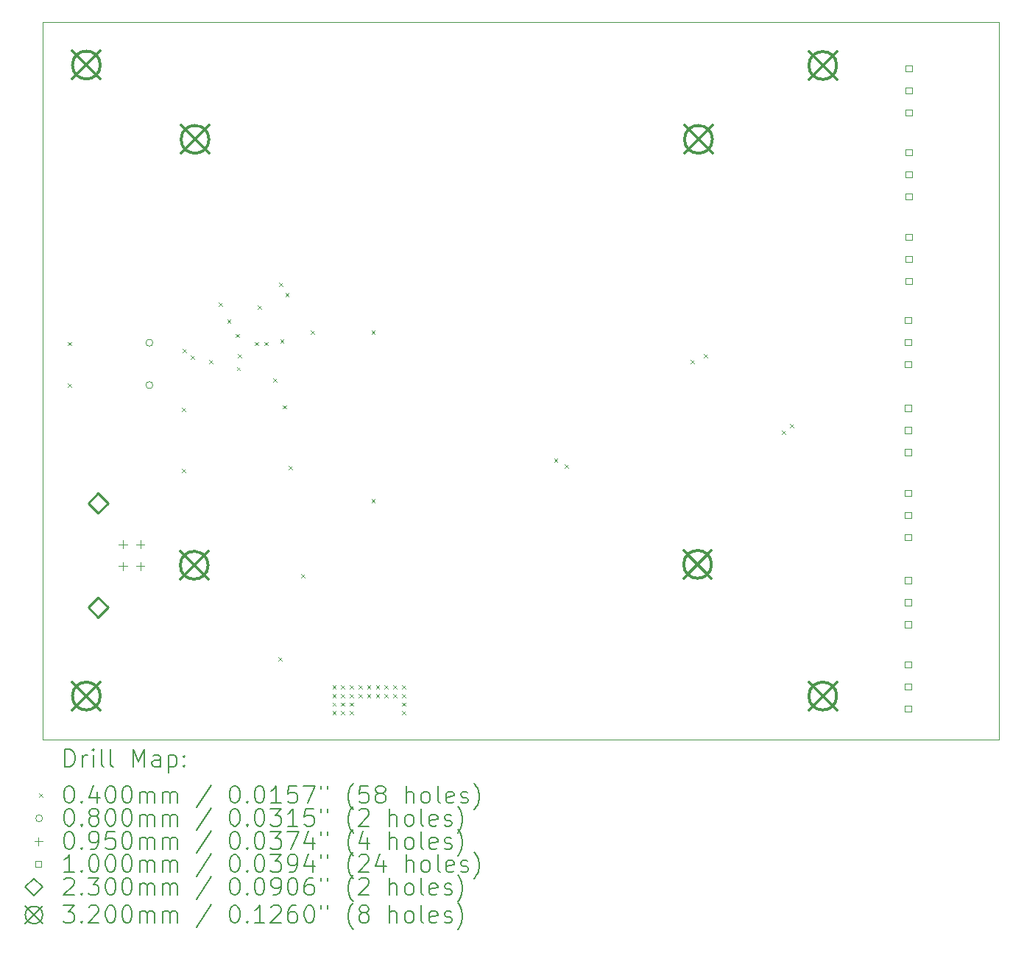
<source format=gbr>
%FSLAX45Y45*%
G04 Gerber Fmt 4.5, Leading zero omitted, Abs format (unit mm)*
G04 Created by KiCad (PCBNEW 6.0.5-a6ca702e91~116~ubuntu20.04.1) date 2022-05-19 12:12:12*
%MOMM*%
%LPD*%
G01*
G04 APERTURE LIST*
%TA.AperFunction,Profile*%
%ADD10C,0.050000*%
%TD*%
%ADD11C,0.200000*%
%ADD12C,0.040000*%
%ADD13C,0.080000*%
%ADD14C,0.095000*%
%ADD15C,0.100000*%
%ADD16C,0.230000*%
%ADD17C,0.320000*%
G04 APERTURE END LIST*
D10*
X15250000Y-11905000D02*
X4250000Y-11905000D01*
X15250000Y-3655000D02*
X15250000Y-11905000D01*
X4250000Y-11905000D02*
X4250000Y-3655000D01*
X4250000Y-3655000D02*
X15250000Y-3655000D01*
D11*
D12*
X4540000Y-7330000D02*
X4580000Y-7370000D01*
X4580000Y-7330000D02*
X4540000Y-7370000D01*
X4540000Y-7810000D02*
X4580000Y-7850000D01*
X4580000Y-7810000D02*
X4540000Y-7850000D01*
X5850000Y-8090000D02*
X5890000Y-8130000D01*
X5890000Y-8090000D02*
X5850000Y-8130000D01*
X5850000Y-8790000D02*
X5890000Y-8830000D01*
X5890000Y-8790000D02*
X5850000Y-8830000D01*
X5860000Y-7410000D02*
X5900000Y-7450000D01*
X5900000Y-7410000D02*
X5860000Y-7450000D01*
X5949443Y-7487500D02*
X5989443Y-7527500D01*
X5989443Y-7487500D02*
X5949443Y-7527500D01*
X6160000Y-7537500D02*
X6200000Y-7577500D01*
X6200000Y-7537500D02*
X6160000Y-7577500D01*
X6270000Y-6880000D02*
X6310000Y-6920000D01*
X6310000Y-6880000D02*
X6270000Y-6920000D01*
X6370000Y-7070000D02*
X6410000Y-7110000D01*
X6410000Y-7070000D02*
X6370000Y-7110000D01*
X6470000Y-7238750D02*
X6510000Y-7278750D01*
X6510000Y-7238750D02*
X6470000Y-7278750D01*
X6480000Y-7620000D02*
X6520000Y-7660000D01*
X6520000Y-7620000D02*
X6480000Y-7660000D01*
X6490000Y-7470000D02*
X6530000Y-7510000D01*
X6530000Y-7470000D02*
X6490000Y-7510000D01*
X6690000Y-7330000D02*
X6730000Y-7370000D01*
X6730000Y-7330000D02*
X6690000Y-7370000D01*
X6720000Y-6910000D02*
X6760000Y-6950000D01*
X6760000Y-6910000D02*
X6720000Y-6950000D01*
X6795000Y-7330000D02*
X6835000Y-7370000D01*
X6835000Y-7330000D02*
X6795000Y-7370000D01*
X6900000Y-7750000D02*
X6940000Y-7790000D01*
X6940000Y-7750000D02*
X6900000Y-7790000D01*
X6960000Y-10960000D02*
X7000000Y-11000000D01*
X7000000Y-10960000D02*
X6960000Y-11000000D01*
X6967499Y-6652501D02*
X7007499Y-6692501D01*
X7007499Y-6652501D02*
X6967499Y-6692501D01*
X6980000Y-7300000D02*
X7020000Y-7340000D01*
X7020000Y-7300000D02*
X6980000Y-7340000D01*
X7010000Y-8060000D02*
X7050000Y-8100000D01*
X7050000Y-8060000D02*
X7010000Y-8100000D01*
X7039999Y-6770000D02*
X7079999Y-6810000D01*
X7079999Y-6770000D02*
X7039999Y-6810000D01*
X7080000Y-8760000D02*
X7120000Y-8800000D01*
X7120000Y-8760000D02*
X7080000Y-8800000D01*
X7220000Y-10000000D02*
X7260000Y-10040000D01*
X7260000Y-10000000D02*
X7220000Y-10040000D01*
X7330000Y-7200000D02*
X7370000Y-7240000D01*
X7370000Y-7200000D02*
X7330000Y-7240000D01*
X7580000Y-11280000D02*
X7620000Y-11320000D01*
X7620000Y-11280000D02*
X7580000Y-11320000D01*
X7580000Y-11380000D02*
X7620000Y-11420000D01*
X7620000Y-11380000D02*
X7580000Y-11420000D01*
X7580000Y-11480000D02*
X7620000Y-11520000D01*
X7620000Y-11480000D02*
X7580000Y-11520000D01*
X7580000Y-11580000D02*
X7620000Y-11620000D01*
X7620000Y-11580000D02*
X7580000Y-11620000D01*
X7680000Y-11280000D02*
X7720000Y-11320000D01*
X7720000Y-11280000D02*
X7680000Y-11320000D01*
X7680000Y-11380000D02*
X7720000Y-11420000D01*
X7720000Y-11380000D02*
X7680000Y-11420000D01*
X7680000Y-11480000D02*
X7720000Y-11520000D01*
X7720000Y-11480000D02*
X7680000Y-11520000D01*
X7680000Y-11580000D02*
X7720000Y-11620000D01*
X7720000Y-11580000D02*
X7680000Y-11620000D01*
X7780000Y-11280000D02*
X7820000Y-11320000D01*
X7820000Y-11280000D02*
X7780000Y-11320000D01*
X7780000Y-11380000D02*
X7820000Y-11420000D01*
X7820000Y-11380000D02*
X7780000Y-11420000D01*
X7780000Y-11480000D02*
X7820000Y-11520000D01*
X7820000Y-11480000D02*
X7780000Y-11520000D01*
X7780000Y-11580000D02*
X7820000Y-11620000D01*
X7820000Y-11580000D02*
X7780000Y-11620000D01*
X7880000Y-11280000D02*
X7920000Y-11320000D01*
X7920000Y-11280000D02*
X7880000Y-11320000D01*
X7880000Y-11380000D02*
X7920000Y-11420000D01*
X7920000Y-11380000D02*
X7880000Y-11420000D01*
X7980000Y-11280000D02*
X8020000Y-11320000D01*
X8020000Y-11280000D02*
X7980000Y-11320000D01*
X7980000Y-11380000D02*
X8020000Y-11420000D01*
X8020000Y-11380000D02*
X7980000Y-11420000D01*
X8030000Y-7200000D02*
X8070000Y-7240000D01*
X8070000Y-7200000D02*
X8030000Y-7240000D01*
X8030000Y-9140000D02*
X8070000Y-9180000D01*
X8070000Y-9140000D02*
X8030000Y-9180000D01*
X8080000Y-11280000D02*
X8120000Y-11320000D01*
X8120000Y-11280000D02*
X8080000Y-11320000D01*
X8080000Y-11380000D02*
X8120000Y-11420000D01*
X8120000Y-11380000D02*
X8080000Y-11420000D01*
X8180000Y-11280000D02*
X8220000Y-11320000D01*
X8220000Y-11280000D02*
X8180000Y-11320000D01*
X8180000Y-11380000D02*
X8220000Y-11420000D01*
X8220000Y-11380000D02*
X8180000Y-11420000D01*
X8280000Y-11280000D02*
X8320000Y-11320000D01*
X8320000Y-11280000D02*
X8280000Y-11320000D01*
X8280000Y-11380000D02*
X8320000Y-11420000D01*
X8320000Y-11380000D02*
X8280000Y-11420000D01*
X8380000Y-11280000D02*
X8420000Y-11320000D01*
X8420000Y-11280000D02*
X8380000Y-11320000D01*
X8380000Y-11380000D02*
X8420000Y-11420000D01*
X8420000Y-11380000D02*
X8380000Y-11420000D01*
X8380000Y-11480000D02*
X8420000Y-11520000D01*
X8420000Y-11480000D02*
X8380000Y-11520000D01*
X8380000Y-11580000D02*
X8420000Y-11620000D01*
X8420000Y-11580000D02*
X8380000Y-11620000D01*
X10130000Y-8670000D02*
X10170000Y-8710000D01*
X10170000Y-8670000D02*
X10130000Y-8710000D01*
X10250000Y-8740000D02*
X10290000Y-8780000D01*
X10290000Y-8740000D02*
X10250000Y-8780000D01*
X11700000Y-7537500D02*
X11740000Y-7577500D01*
X11740000Y-7537500D02*
X11700000Y-7577500D01*
X11850000Y-7470000D02*
X11890000Y-7510000D01*
X11890000Y-7470000D02*
X11850000Y-7510000D01*
X12750000Y-8350000D02*
X12790000Y-8390000D01*
X12790000Y-8350000D02*
X12750000Y-8390000D01*
X12840000Y-8277500D02*
X12880000Y-8317500D01*
X12880000Y-8277500D02*
X12840000Y-8317500D01*
D13*
X5515000Y-7340000D02*
G75*
G03*
X5515000Y-7340000I-40000J0D01*
G01*
X5515000Y-7828000D02*
G75*
G03*
X5515000Y-7828000I-40000J0D01*
G01*
D14*
X5170750Y-9612500D02*
X5170750Y-9707500D01*
X5123250Y-9660000D02*
X5218250Y-9660000D01*
X5170750Y-9862500D02*
X5170750Y-9957500D01*
X5123250Y-9910000D02*
X5218250Y-9910000D01*
X5370750Y-9612500D02*
X5370750Y-9707500D01*
X5323250Y-9660000D02*
X5418250Y-9660000D01*
X5370750Y-9862500D02*
X5370750Y-9957500D01*
X5323250Y-9910000D02*
X5418250Y-9910000D01*
D15*
X14235356Y-7117356D02*
X14235356Y-7046644D01*
X14164644Y-7046644D01*
X14164644Y-7117356D01*
X14235356Y-7117356D01*
X14235356Y-7371356D02*
X14235356Y-7300644D01*
X14164644Y-7300644D01*
X14164644Y-7371356D01*
X14235356Y-7371356D01*
X14235356Y-7625356D02*
X14235356Y-7554644D01*
X14164644Y-7554644D01*
X14164644Y-7625356D01*
X14235356Y-7625356D01*
X14235356Y-8127356D02*
X14235356Y-8056644D01*
X14164644Y-8056644D01*
X14164644Y-8127356D01*
X14235356Y-8127356D01*
X14235356Y-8381356D02*
X14235356Y-8310644D01*
X14164644Y-8310644D01*
X14164644Y-8381356D01*
X14235356Y-8381356D01*
X14235356Y-8635356D02*
X14235356Y-8564644D01*
X14164644Y-8564644D01*
X14164644Y-8635356D01*
X14235356Y-8635356D01*
X14235356Y-9107356D02*
X14235356Y-9036644D01*
X14164644Y-9036644D01*
X14164644Y-9107356D01*
X14235356Y-9107356D01*
X14235356Y-9361356D02*
X14235356Y-9290644D01*
X14164644Y-9290644D01*
X14164644Y-9361356D01*
X14235356Y-9361356D01*
X14235356Y-9615356D02*
X14235356Y-9544644D01*
X14164644Y-9544644D01*
X14164644Y-9615356D01*
X14235356Y-9615356D01*
X14235356Y-10107356D02*
X14235356Y-10036644D01*
X14164644Y-10036644D01*
X14164644Y-10107356D01*
X14235356Y-10107356D01*
X14235356Y-10361356D02*
X14235356Y-10290644D01*
X14164644Y-10290644D01*
X14164644Y-10361356D01*
X14235356Y-10361356D01*
X14235356Y-10615356D02*
X14235356Y-10544644D01*
X14164644Y-10544644D01*
X14164644Y-10615356D01*
X14235356Y-10615356D01*
X14235356Y-11077356D02*
X14235356Y-11006644D01*
X14164644Y-11006644D01*
X14164644Y-11077356D01*
X14235356Y-11077356D01*
X14235356Y-11331356D02*
X14235356Y-11260644D01*
X14164644Y-11260644D01*
X14164644Y-11331356D01*
X14235356Y-11331356D01*
X14235356Y-11585356D02*
X14235356Y-11514644D01*
X14164644Y-11514644D01*
X14164644Y-11585356D01*
X14235356Y-11585356D01*
X14245356Y-4217356D02*
X14245356Y-4146644D01*
X14174644Y-4146644D01*
X14174644Y-4217356D01*
X14245356Y-4217356D01*
X14245356Y-4471356D02*
X14245356Y-4400644D01*
X14174644Y-4400644D01*
X14174644Y-4471356D01*
X14245356Y-4471356D01*
X14245356Y-4725356D02*
X14245356Y-4654644D01*
X14174644Y-4654644D01*
X14174644Y-4725356D01*
X14245356Y-4725356D01*
X14245356Y-5187356D02*
X14245356Y-5116644D01*
X14174644Y-5116644D01*
X14174644Y-5187356D01*
X14245356Y-5187356D01*
X14245356Y-5441356D02*
X14245356Y-5370644D01*
X14174644Y-5370644D01*
X14174644Y-5441356D01*
X14245356Y-5441356D01*
X14245356Y-5695356D02*
X14245356Y-5624644D01*
X14174644Y-5624644D01*
X14174644Y-5695356D01*
X14245356Y-5695356D01*
X14245356Y-6157356D02*
X14245356Y-6086644D01*
X14174644Y-6086644D01*
X14174644Y-6157356D01*
X14245356Y-6157356D01*
X14245356Y-6411356D02*
X14245356Y-6340644D01*
X14174644Y-6340644D01*
X14174644Y-6411356D01*
X14245356Y-6411356D01*
X14245356Y-6665356D02*
X14245356Y-6594644D01*
X14174644Y-6594644D01*
X14174644Y-6665356D01*
X14245356Y-6665356D01*
D16*
X4884750Y-9300000D02*
X4999750Y-9185000D01*
X4884750Y-9070000D01*
X4769750Y-9185000D01*
X4884750Y-9300000D01*
X4884750Y-10500000D02*
X4999750Y-10385000D01*
X4884750Y-10270000D01*
X4769750Y-10385000D01*
X4884750Y-10500000D01*
D17*
X4590000Y-3985000D02*
X4910000Y-4305000D01*
X4910000Y-3985000D02*
X4590000Y-4305000D01*
X4910000Y-4145000D02*
G75*
G03*
X4910000Y-4145000I-160000J0D01*
G01*
X4590000Y-11245000D02*
X4910000Y-11565000D01*
X4910000Y-11245000D02*
X4590000Y-11565000D01*
X4910000Y-11405000D02*
G75*
G03*
X4910000Y-11405000I-160000J0D01*
G01*
X5830000Y-9740000D02*
X6150000Y-10060000D01*
X6150000Y-9740000D02*
X5830000Y-10060000D01*
X6150000Y-9900000D02*
G75*
G03*
X6150000Y-9900000I-160000J0D01*
G01*
X5840000Y-4840000D02*
X6160000Y-5160000D01*
X6160000Y-4840000D02*
X5840000Y-5160000D01*
X6160000Y-5000000D02*
G75*
G03*
X6160000Y-5000000I-160000J0D01*
G01*
X11620000Y-9730000D02*
X11940000Y-10050000D01*
X11940000Y-9730000D02*
X11620000Y-10050000D01*
X11940000Y-9890000D02*
G75*
G03*
X11940000Y-9890000I-160000J0D01*
G01*
X11630000Y-4840000D02*
X11950000Y-5160000D01*
X11950000Y-4840000D02*
X11630000Y-5160000D01*
X11950000Y-5000000D02*
G75*
G03*
X11950000Y-5000000I-160000J0D01*
G01*
X13060000Y-3990000D02*
X13380000Y-4310000D01*
X13380000Y-3990000D02*
X13060000Y-4310000D01*
X13380000Y-4150000D02*
G75*
G03*
X13380000Y-4150000I-160000J0D01*
G01*
X13060000Y-11245000D02*
X13380000Y-11565000D01*
X13380000Y-11245000D02*
X13060000Y-11565000D01*
X13380000Y-11405000D02*
G75*
G03*
X13380000Y-11405000I-160000J0D01*
G01*
D11*
X4505119Y-12217976D02*
X4505119Y-12017976D01*
X4552738Y-12017976D01*
X4581310Y-12027500D01*
X4600357Y-12046548D01*
X4609881Y-12065595D01*
X4619405Y-12103690D01*
X4619405Y-12132262D01*
X4609881Y-12170357D01*
X4600357Y-12189405D01*
X4581310Y-12208452D01*
X4552738Y-12217976D01*
X4505119Y-12217976D01*
X4705119Y-12217976D02*
X4705119Y-12084643D01*
X4705119Y-12122738D02*
X4714643Y-12103690D01*
X4724167Y-12094167D01*
X4743214Y-12084643D01*
X4762262Y-12084643D01*
X4828929Y-12217976D02*
X4828929Y-12084643D01*
X4828929Y-12017976D02*
X4819405Y-12027500D01*
X4828929Y-12037024D01*
X4838452Y-12027500D01*
X4828929Y-12017976D01*
X4828929Y-12037024D01*
X4952738Y-12217976D02*
X4933690Y-12208452D01*
X4924167Y-12189405D01*
X4924167Y-12017976D01*
X5057500Y-12217976D02*
X5038452Y-12208452D01*
X5028929Y-12189405D01*
X5028929Y-12017976D01*
X5286071Y-12217976D02*
X5286071Y-12017976D01*
X5352738Y-12160833D01*
X5419405Y-12017976D01*
X5419405Y-12217976D01*
X5600357Y-12217976D02*
X5600357Y-12113214D01*
X5590833Y-12094167D01*
X5571786Y-12084643D01*
X5533690Y-12084643D01*
X5514643Y-12094167D01*
X5600357Y-12208452D02*
X5581310Y-12217976D01*
X5533690Y-12217976D01*
X5514643Y-12208452D01*
X5505119Y-12189405D01*
X5505119Y-12170357D01*
X5514643Y-12151309D01*
X5533690Y-12141786D01*
X5581310Y-12141786D01*
X5600357Y-12132262D01*
X5695595Y-12084643D02*
X5695595Y-12284643D01*
X5695595Y-12094167D02*
X5714643Y-12084643D01*
X5752738Y-12084643D01*
X5771786Y-12094167D01*
X5781309Y-12103690D01*
X5790833Y-12122738D01*
X5790833Y-12179881D01*
X5781309Y-12198928D01*
X5771786Y-12208452D01*
X5752738Y-12217976D01*
X5714643Y-12217976D01*
X5695595Y-12208452D01*
X5876548Y-12198928D02*
X5886071Y-12208452D01*
X5876548Y-12217976D01*
X5867024Y-12208452D01*
X5876548Y-12198928D01*
X5876548Y-12217976D01*
X5876548Y-12094167D02*
X5886071Y-12103690D01*
X5876548Y-12113214D01*
X5867024Y-12103690D01*
X5876548Y-12094167D01*
X5876548Y-12113214D01*
D12*
X4207500Y-12527500D02*
X4247500Y-12567500D01*
X4247500Y-12527500D02*
X4207500Y-12567500D01*
D11*
X4543214Y-12437976D02*
X4562262Y-12437976D01*
X4581310Y-12447500D01*
X4590833Y-12457024D01*
X4600357Y-12476071D01*
X4609881Y-12514167D01*
X4609881Y-12561786D01*
X4600357Y-12599881D01*
X4590833Y-12618928D01*
X4581310Y-12628452D01*
X4562262Y-12637976D01*
X4543214Y-12637976D01*
X4524167Y-12628452D01*
X4514643Y-12618928D01*
X4505119Y-12599881D01*
X4495595Y-12561786D01*
X4495595Y-12514167D01*
X4505119Y-12476071D01*
X4514643Y-12457024D01*
X4524167Y-12447500D01*
X4543214Y-12437976D01*
X4695595Y-12618928D02*
X4705119Y-12628452D01*
X4695595Y-12637976D01*
X4686071Y-12628452D01*
X4695595Y-12618928D01*
X4695595Y-12637976D01*
X4876548Y-12504643D02*
X4876548Y-12637976D01*
X4828929Y-12428452D02*
X4781310Y-12571309D01*
X4905119Y-12571309D01*
X5019405Y-12437976D02*
X5038452Y-12437976D01*
X5057500Y-12447500D01*
X5067024Y-12457024D01*
X5076548Y-12476071D01*
X5086071Y-12514167D01*
X5086071Y-12561786D01*
X5076548Y-12599881D01*
X5067024Y-12618928D01*
X5057500Y-12628452D01*
X5038452Y-12637976D01*
X5019405Y-12637976D01*
X5000357Y-12628452D01*
X4990833Y-12618928D01*
X4981310Y-12599881D01*
X4971786Y-12561786D01*
X4971786Y-12514167D01*
X4981310Y-12476071D01*
X4990833Y-12457024D01*
X5000357Y-12447500D01*
X5019405Y-12437976D01*
X5209881Y-12437976D02*
X5228929Y-12437976D01*
X5247976Y-12447500D01*
X5257500Y-12457024D01*
X5267024Y-12476071D01*
X5276548Y-12514167D01*
X5276548Y-12561786D01*
X5267024Y-12599881D01*
X5257500Y-12618928D01*
X5247976Y-12628452D01*
X5228929Y-12637976D01*
X5209881Y-12637976D01*
X5190833Y-12628452D01*
X5181310Y-12618928D01*
X5171786Y-12599881D01*
X5162262Y-12561786D01*
X5162262Y-12514167D01*
X5171786Y-12476071D01*
X5181310Y-12457024D01*
X5190833Y-12447500D01*
X5209881Y-12437976D01*
X5362262Y-12637976D02*
X5362262Y-12504643D01*
X5362262Y-12523690D02*
X5371786Y-12514167D01*
X5390833Y-12504643D01*
X5419405Y-12504643D01*
X5438452Y-12514167D01*
X5447976Y-12533214D01*
X5447976Y-12637976D01*
X5447976Y-12533214D02*
X5457500Y-12514167D01*
X5476548Y-12504643D01*
X5505119Y-12504643D01*
X5524167Y-12514167D01*
X5533690Y-12533214D01*
X5533690Y-12637976D01*
X5628928Y-12637976D02*
X5628928Y-12504643D01*
X5628928Y-12523690D02*
X5638452Y-12514167D01*
X5657500Y-12504643D01*
X5686071Y-12504643D01*
X5705119Y-12514167D01*
X5714643Y-12533214D01*
X5714643Y-12637976D01*
X5714643Y-12533214D02*
X5724167Y-12514167D01*
X5743214Y-12504643D01*
X5771786Y-12504643D01*
X5790833Y-12514167D01*
X5800357Y-12533214D01*
X5800357Y-12637976D01*
X6190833Y-12428452D02*
X6019405Y-12685595D01*
X6447976Y-12437976D02*
X6467024Y-12437976D01*
X6486071Y-12447500D01*
X6495595Y-12457024D01*
X6505119Y-12476071D01*
X6514643Y-12514167D01*
X6514643Y-12561786D01*
X6505119Y-12599881D01*
X6495595Y-12618928D01*
X6486071Y-12628452D01*
X6467024Y-12637976D01*
X6447976Y-12637976D01*
X6428928Y-12628452D01*
X6419405Y-12618928D01*
X6409881Y-12599881D01*
X6400357Y-12561786D01*
X6400357Y-12514167D01*
X6409881Y-12476071D01*
X6419405Y-12457024D01*
X6428928Y-12447500D01*
X6447976Y-12437976D01*
X6600357Y-12618928D02*
X6609881Y-12628452D01*
X6600357Y-12637976D01*
X6590833Y-12628452D01*
X6600357Y-12618928D01*
X6600357Y-12637976D01*
X6733690Y-12437976D02*
X6752738Y-12437976D01*
X6771786Y-12447500D01*
X6781309Y-12457024D01*
X6790833Y-12476071D01*
X6800357Y-12514167D01*
X6800357Y-12561786D01*
X6790833Y-12599881D01*
X6781309Y-12618928D01*
X6771786Y-12628452D01*
X6752738Y-12637976D01*
X6733690Y-12637976D01*
X6714643Y-12628452D01*
X6705119Y-12618928D01*
X6695595Y-12599881D01*
X6686071Y-12561786D01*
X6686071Y-12514167D01*
X6695595Y-12476071D01*
X6705119Y-12457024D01*
X6714643Y-12447500D01*
X6733690Y-12437976D01*
X6990833Y-12637976D02*
X6876548Y-12637976D01*
X6933690Y-12637976D02*
X6933690Y-12437976D01*
X6914643Y-12466548D01*
X6895595Y-12485595D01*
X6876548Y-12495119D01*
X7171786Y-12437976D02*
X7076548Y-12437976D01*
X7067024Y-12533214D01*
X7076548Y-12523690D01*
X7095595Y-12514167D01*
X7143214Y-12514167D01*
X7162262Y-12523690D01*
X7171786Y-12533214D01*
X7181309Y-12552262D01*
X7181309Y-12599881D01*
X7171786Y-12618928D01*
X7162262Y-12628452D01*
X7143214Y-12637976D01*
X7095595Y-12637976D01*
X7076548Y-12628452D01*
X7067024Y-12618928D01*
X7247976Y-12437976D02*
X7381309Y-12437976D01*
X7295595Y-12637976D01*
X7447976Y-12437976D02*
X7447976Y-12476071D01*
X7524167Y-12437976D02*
X7524167Y-12476071D01*
X7819405Y-12714167D02*
X7809881Y-12704643D01*
X7790833Y-12676071D01*
X7781309Y-12657024D01*
X7771786Y-12628452D01*
X7762262Y-12580833D01*
X7762262Y-12542738D01*
X7771786Y-12495119D01*
X7781309Y-12466548D01*
X7790833Y-12447500D01*
X7809881Y-12418928D01*
X7819405Y-12409405D01*
X7990833Y-12437976D02*
X7895595Y-12437976D01*
X7886071Y-12533214D01*
X7895595Y-12523690D01*
X7914643Y-12514167D01*
X7962262Y-12514167D01*
X7981309Y-12523690D01*
X7990833Y-12533214D01*
X8000357Y-12552262D01*
X8000357Y-12599881D01*
X7990833Y-12618928D01*
X7981309Y-12628452D01*
X7962262Y-12637976D01*
X7914643Y-12637976D01*
X7895595Y-12628452D01*
X7886071Y-12618928D01*
X8114643Y-12523690D02*
X8095595Y-12514167D01*
X8086071Y-12504643D01*
X8076548Y-12485595D01*
X8076548Y-12476071D01*
X8086071Y-12457024D01*
X8095595Y-12447500D01*
X8114643Y-12437976D01*
X8152738Y-12437976D01*
X8171786Y-12447500D01*
X8181309Y-12457024D01*
X8190833Y-12476071D01*
X8190833Y-12485595D01*
X8181309Y-12504643D01*
X8171786Y-12514167D01*
X8152738Y-12523690D01*
X8114643Y-12523690D01*
X8095595Y-12533214D01*
X8086071Y-12542738D01*
X8076548Y-12561786D01*
X8076548Y-12599881D01*
X8086071Y-12618928D01*
X8095595Y-12628452D01*
X8114643Y-12637976D01*
X8152738Y-12637976D01*
X8171786Y-12628452D01*
X8181309Y-12618928D01*
X8190833Y-12599881D01*
X8190833Y-12561786D01*
X8181309Y-12542738D01*
X8171786Y-12533214D01*
X8152738Y-12523690D01*
X8428929Y-12637976D02*
X8428929Y-12437976D01*
X8514643Y-12637976D02*
X8514643Y-12533214D01*
X8505119Y-12514167D01*
X8486071Y-12504643D01*
X8457500Y-12504643D01*
X8438452Y-12514167D01*
X8428929Y-12523690D01*
X8638452Y-12637976D02*
X8619405Y-12628452D01*
X8609881Y-12618928D01*
X8600357Y-12599881D01*
X8600357Y-12542738D01*
X8609881Y-12523690D01*
X8619405Y-12514167D01*
X8638452Y-12504643D01*
X8667024Y-12504643D01*
X8686071Y-12514167D01*
X8695595Y-12523690D01*
X8705119Y-12542738D01*
X8705119Y-12599881D01*
X8695595Y-12618928D01*
X8686071Y-12628452D01*
X8667024Y-12637976D01*
X8638452Y-12637976D01*
X8819405Y-12637976D02*
X8800357Y-12628452D01*
X8790833Y-12609405D01*
X8790833Y-12437976D01*
X8971786Y-12628452D02*
X8952738Y-12637976D01*
X8914643Y-12637976D01*
X8895595Y-12628452D01*
X8886071Y-12609405D01*
X8886071Y-12533214D01*
X8895595Y-12514167D01*
X8914643Y-12504643D01*
X8952738Y-12504643D01*
X8971786Y-12514167D01*
X8981310Y-12533214D01*
X8981310Y-12552262D01*
X8886071Y-12571309D01*
X9057500Y-12628452D02*
X9076548Y-12637976D01*
X9114643Y-12637976D01*
X9133690Y-12628452D01*
X9143214Y-12609405D01*
X9143214Y-12599881D01*
X9133690Y-12580833D01*
X9114643Y-12571309D01*
X9086071Y-12571309D01*
X9067024Y-12561786D01*
X9057500Y-12542738D01*
X9057500Y-12533214D01*
X9067024Y-12514167D01*
X9086071Y-12504643D01*
X9114643Y-12504643D01*
X9133690Y-12514167D01*
X9209881Y-12714167D02*
X9219405Y-12704643D01*
X9238452Y-12676071D01*
X9247976Y-12657024D01*
X9257500Y-12628452D01*
X9267024Y-12580833D01*
X9267024Y-12542738D01*
X9257500Y-12495119D01*
X9247976Y-12466548D01*
X9238452Y-12447500D01*
X9219405Y-12418928D01*
X9209881Y-12409405D01*
D13*
X4247500Y-12811500D02*
G75*
G03*
X4247500Y-12811500I-40000J0D01*
G01*
D11*
X4543214Y-12701976D02*
X4562262Y-12701976D01*
X4581310Y-12711500D01*
X4590833Y-12721024D01*
X4600357Y-12740071D01*
X4609881Y-12778167D01*
X4609881Y-12825786D01*
X4600357Y-12863881D01*
X4590833Y-12882928D01*
X4581310Y-12892452D01*
X4562262Y-12901976D01*
X4543214Y-12901976D01*
X4524167Y-12892452D01*
X4514643Y-12882928D01*
X4505119Y-12863881D01*
X4495595Y-12825786D01*
X4495595Y-12778167D01*
X4505119Y-12740071D01*
X4514643Y-12721024D01*
X4524167Y-12711500D01*
X4543214Y-12701976D01*
X4695595Y-12882928D02*
X4705119Y-12892452D01*
X4695595Y-12901976D01*
X4686071Y-12892452D01*
X4695595Y-12882928D01*
X4695595Y-12901976D01*
X4819405Y-12787690D02*
X4800357Y-12778167D01*
X4790833Y-12768643D01*
X4781310Y-12749595D01*
X4781310Y-12740071D01*
X4790833Y-12721024D01*
X4800357Y-12711500D01*
X4819405Y-12701976D01*
X4857500Y-12701976D01*
X4876548Y-12711500D01*
X4886071Y-12721024D01*
X4895595Y-12740071D01*
X4895595Y-12749595D01*
X4886071Y-12768643D01*
X4876548Y-12778167D01*
X4857500Y-12787690D01*
X4819405Y-12787690D01*
X4800357Y-12797214D01*
X4790833Y-12806738D01*
X4781310Y-12825786D01*
X4781310Y-12863881D01*
X4790833Y-12882928D01*
X4800357Y-12892452D01*
X4819405Y-12901976D01*
X4857500Y-12901976D01*
X4876548Y-12892452D01*
X4886071Y-12882928D01*
X4895595Y-12863881D01*
X4895595Y-12825786D01*
X4886071Y-12806738D01*
X4876548Y-12797214D01*
X4857500Y-12787690D01*
X5019405Y-12701976D02*
X5038452Y-12701976D01*
X5057500Y-12711500D01*
X5067024Y-12721024D01*
X5076548Y-12740071D01*
X5086071Y-12778167D01*
X5086071Y-12825786D01*
X5076548Y-12863881D01*
X5067024Y-12882928D01*
X5057500Y-12892452D01*
X5038452Y-12901976D01*
X5019405Y-12901976D01*
X5000357Y-12892452D01*
X4990833Y-12882928D01*
X4981310Y-12863881D01*
X4971786Y-12825786D01*
X4971786Y-12778167D01*
X4981310Y-12740071D01*
X4990833Y-12721024D01*
X5000357Y-12711500D01*
X5019405Y-12701976D01*
X5209881Y-12701976D02*
X5228929Y-12701976D01*
X5247976Y-12711500D01*
X5257500Y-12721024D01*
X5267024Y-12740071D01*
X5276548Y-12778167D01*
X5276548Y-12825786D01*
X5267024Y-12863881D01*
X5257500Y-12882928D01*
X5247976Y-12892452D01*
X5228929Y-12901976D01*
X5209881Y-12901976D01*
X5190833Y-12892452D01*
X5181310Y-12882928D01*
X5171786Y-12863881D01*
X5162262Y-12825786D01*
X5162262Y-12778167D01*
X5171786Y-12740071D01*
X5181310Y-12721024D01*
X5190833Y-12711500D01*
X5209881Y-12701976D01*
X5362262Y-12901976D02*
X5362262Y-12768643D01*
X5362262Y-12787690D02*
X5371786Y-12778167D01*
X5390833Y-12768643D01*
X5419405Y-12768643D01*
X5438452Y-12778167D01*
X5447976Y-12797214D01*
X5447976Y-12901976D01*
X5447976Y-12797214D02*
X5457500Y-12778167D01*
X5476548Y-12768643D01*
X5505119Y-12768643D01*
X5524167Y-12778167D01*
X5533690Y-12797214D01*
X5533690Y-12901976D01*
X5628928Y-12901976D02*
X5628928Y-12768643D01*
X5628928Y-12787690D02*
X5638452Y-12778167D01*
X5657500Y-12768643D01*
X5686071Y-12768643D01*
X5705119Y-12778167D01*
X5714643Y-12797214D01*
X5714643Y-12901976D01*
X5714643Y-12797214D02*
X5724167Y-12778167D01*
X5743214Y-12768643D01*
X5771786Y-12768643D01*
X5790833Y-12778167D01*
X5800357Y-12797214D01*
X5800357Y-12901976D01*
X6190833Y-12692452D02*
X6019405Y-12949595D01*
X6447976Y-12701976D02*
X6467024Y-12701976D01*
X6486071Y-12711500D01*
X6495595Y-12721024D01*
X6505119Y-12740071D01*
X6514643Y-12778167D01*
X6514643Y-12825786D01*
X6505119Y-12863881D01*
X6495595Y-12882928D01*
X6486071Y-12892452D01*
X6467024Y-12901976D01*
X6447976Y-12901976D01*
X6428928Y-12892452D01*
X6419405Y-12882928D01*
X6409881Y-12863881D01*
X6400357Y-12825786D01*
X6400357Y-12778167D01*
X6409881Y-12740071D01*
X6419405Y-12721024D01*
X6428928Y-12711500D01*
X6447976Y-12701976D01*
X6600357Y-12882928D02*
X6609881Y-12892452D01*
X6600357Y-12901976D01*
X6590833Y-12892452D01*
X6600357Y-12882928D01*
X6600357Y-12901976D01*
X6733690Y-12701976D02*
X6752738Y-12701976D01*
X6771786Y-12711500D01*
X6781309Y-12721024D01*
X6790833Y-12740071D01*
X6800357Y-12778167D01*
X6800357Y-12825786D01*
X6790833Y-12863881D01*
X6781309Y-12882928D01*
X6771786Y-12892452D01*
X6752738Y-12901976D01*
X6733690Y-12901976D01*
X6714643Y-12892452D01*
X6705119Y-12882928D01*
X6695595Y-12863881D01*
X6686071Y-12825786D01*
X6686071Y-12778167D01*
X6695595Y-12740071D01*
X6705119Y-12721024D01*
X6714643Y-12711500D01*
X6733690Y-12701976D01*
X6867024Y-12701976D02*
X6990833Y-12701976D01*
X6924167Y-12778167D01*
X6952738Y-12778167D01*
X6971786Y-12787690D01*
X6981309Y-12797214D01*
X6990833Y-12816262D01*
X6990833Y-12863881D01*
X6981309Y-12882928D01*
X6971786Y-12892452D01*
X6952738Y-12901976D01*
X6895595Y-12901976D01*
X6876548Y-12892452D01*
X6867024Y-12882928D01*
X7181309Y-12901976D02*
X7067024Y-12901976D01*
X7124167Y-12901976D02*
X7124167Y-12701976D01*
X7105119Y-12730548D01*
X7086071Y-12749595D01*
X7067024Y-12759119D01*
X7362262Y-12701976D02*
X7267024Y-12701976D01*
X7257500Y-12797214D01*
X7267024Y-12787690D01*
X7286071Y-12778167D01*
X7333690Y-12778167D01*
X7352738Y-12787690D01*
X7362262Y-12797214D01*
X7371786Y-12816262D01*
X7371786Y-12863881D01*
X7362262Y-12882928D01*
X7352738Y-12892452D01*
X7333690Y-12901976D01*
X7286071Y-12901976D01*
X7267024Y-12892452D01*
X7257500Y-12882928D01*
X7447976Y-12701976D02*
X7447976Y-12740071D01*
X7524167Y-12701976D02*
X7524167Y-12740071D01*
X7819405Y-12978167D02*
X7809881Y-12968643D01*
X7790833Y-12940071D01*
X7781309Y-12921024D01*
X7771786Y-12892452D01*
X7762262Y-12844833D01*
X7762262Y-12806738D01*
X7771786Y-12759119D01*
X7781309Y-12730548D01*
X7790833Y-12711500D01*
X7809881Y-12682928D01*
X7819405Y-12673405D01*
X7886071Y-12721024D02*
X7895595Y-12711500D01*
X7914643Y-12701976D01*
X7962262Y-12701976D01*
X7981309Y-12711500D01*
X7990833Y-12721024D01*
X8000357Y-12740071D01*
X8000357Y-12759119D01*
X7990833Y-12787690D01*
X7876548Y-12901976D01*
X8000357Y-12901976D01*
X8238452Y-12901976D02*
X8238452Y-12701976D01*
X8324167Y-12901976D02*
X8324167Y-12797214D01*
X8314643Y-12778167D01*
X8295595Y-12768643D01*
X8267024Y-12768643D01*
X8247976Y-12778167D01*
X8238452Y-12787690D01*
X8447976Y-12901976D02*
X8428929Y-12892452D01*
X8419405Y-12882928D01*
X8409881Y-12863881D01*
X8409881Y-12806738D01*
X8419405Y-12787690D01*
X8428929Y-12778167D01*
X8447976Y-12768643D01*
X8476548Y-12768643D01*
X8495595Y-12778167D01*
X8505119Y-12787690D01*
X8514643Y-12806738D01*
X8514643Y-12863881D01*
X8505119Y-12882928D01*
X8495595Y-12892452D01*
X8476548Y-12901976D01*
X8447976Y-12901976D01*
X8628929Y-12901976D02*
X8609881Y-12892452D01*
X8600357Y-12873405D01*
X8600357Y-12701976D01*
X8781310Y-12892452D02*
X8762262Y-12901976D01*
X8724167Y-12901976D01*
X8705119Y-12892452D01*
X8695595Y-12873405D01*
X8695595Y-12797214D01*
X8705119Y-12778167D01*
X8724167Y-12768643D01*
X8762262Y-12768643D01*
X8781310Y-12778167D01*
X8790833Y-12797214D01*
X8790833Y-12816262D01*
X8695595Y-12835309D01*
X8867024Y-12892452D02*
X8886071Y-12901976D01*
X8924167Y-12901976D01*
X8943214Y-12892452D01*
X8952738Y-12873405D01*
X8952738Y-12863881D01*
X8943214Y-12844833D01*
X8924167Y-12835309D01*
X8895595Y-12835309D01*
X8876548Y-12825786D01*
X8867024Y-12806738D01*
X8867024Y-12797214D01*
X8876548Y-12778167D01*
X8895595Y-12768643D01*
X8924167Y-12768643D01*
X8943214Y-12778167D01*
X9019405Y-12978167D02*
X9028929Y-12968643D01*
X9047976Y-12940071D01*
X9057500Y-12921024D01*
X9067024Y-12892452D01*
X9076548Y-12844833D01*
X9076548Y-12806738D01*
X9067024Y-12759119D01*
X9057500Y-12730548D01*
X9047976Y-12711500D01*
X9028929Y-12682928D01*
X9019405Y-12673405D01*
D14*
X4200000Y-13028000D02*
X4200000Y-13123000D01*
X4152500Y-13075500D02*
X4247500Y-13075500D01*
D11*
X4543214Y-12965976D02*
X4562262Y-12965976D01*
X4581310Y-12975500D01*
X4590833Y-12985024D01*
X4600357Y-13004071D01*
X4609881Y-13042167D01*
X4609881Y-13089786D01*
X4600357Y-13127881D01*
X4590833Y-13146928D01*
X4581310Y-13156452D01*
X4562262Y-13165976D01*
X4543214Y-13165976D01*
X4524167Y-13156452D01*
X4514643Y-13146928D01*
X4505119Y-13127881D01*
X4495595Y-13089786D01*
X4495595Y-13042167D01*
X4505119Y-13004071D01*
X4514643Y-12985024D01*
X4524167Y-12975500D01*
X4543214Y-12965976D01*
X4695595Y-13146928D02*
X4705119Y-13156452D01*
X4695595Y-13165976D01*
X4686071Y-13156452D01*
X4695595Y-13146928D01*
X4695595Y-13165976D01*
X4800357Y-13165976D02*
X4838452Y-13165976D01*
X4857500Y-13156452D01*
X4867024Y-13146928D01*
X4886071Y-13118357D01*
X4895595Y-13080262D01*
X4895595Y-13004071D01*
X4886071Y-12985024D01*
X4876548Y-12975500D01*
X4857500Y-12965976D01*
X4819405Y-12965976D01*
X4800357Y-12975500D01*
X4790833Y-12985024D01*
X4781310Y-13004071D01*
X4781310Y-13051690D01*
X4790833Y-13070738D01*
X4800357Y-13080262D01*
X4819405Y-13089786D01*
X4857500Y-13089786D01*
X4876548Y-13080262D01*
X4886071Y-13070738D01*
X4895595Y-13051690D01*
X5076548Y-12965976D02*
X4981310Y-12965976D01*
X4971786Y-13061214D01*
X4981310Y-13051690D01*
X5000357Y-13042167D01*
X5047976Y-13042167D01*
X5067024Y-13051690D01*
X5076548Y-13061214D01*
X5086071Y-13080262D01*
X5086071Y-13127881D01*
X5076548Y-13146928D01*
X5067024Y-13156452D01*
X5047976Y-13165976D01*
X5000357Y-13165976D01*
X4981310Y-13156452D01*
X4971786Y-13146928D01*
X5209881Y-12965976D02*
X5228929Y-12965976D01*
X5247976Y-12975500D01*
X5257500Y-12985024D01*
X5267024Y-13004071D01*
X5276548Y-13042167D01*
X5276548Y-13089786D01*
X5267024Y-13127881D01*
X5257500Y-13146928D01*
X5247976Y-13156452D01*
X5228929Y-13165976D01*
X5209881Y-13165976D01*
X5190833Y-13156452D01*
X5181310Y-13146928D01*
X5171786Y-13127881D01*
X5162262Y-13089786D01*
X5162262Y-13042167D01*
X5171786Y-13004071D01*
X5181310Y-12985024D01*
X5190833Y-12975500D01*
X5209881Y-12965976D01*
X5362262Y-13165976D02*
X5362262Y-13032643D01*
X5362262Y-13051690D02*
X5371786Y-13042167D01*
X5390833Y-13032643D01*
X5419405Y-13032643D01*
X5438452Y-13042167D01*
X5447976Y-13061214D01*
X5447976Y-13165976D01*
X5447976Y-13061214D02*
X5457500Y-13042167D01*
X5476548Y-13032643D01*
X5505119Y-13032643D01*
X5524167Y-13042167D01*
X5533690Y-13061214D01*
X5533690Y-13165976D01*
X5628928Y-13165976D02*
X5628928Y-13032643D01*
X5628928Y-13051690D02*
X5638452Y-13042167D01*
X5657500Y-13032643D01*
X5686071Y-13032643D01*
X5705119Y-13042167D01*
X5714643Y-13061214D01*
X5714643Y-13165976D01*
X5714643Y-13061214D02*
X5724167Y-13042167D01*
X5743214Y-13032643D01*
X5771786Y-13032643D01*
X5790833Y-13042167D01*
X5800357Y-13061214D01*
X5800357Y-13165976D01*
X6190833Y-12956452D02*
X6019405Y-13213595D01*
X6447976Y-12965976D02*
X6467024Y-12965976D01*
X6486071Y-12975500D01*
X6495595Y-12985024D01*
X6505119Y-13004071D01*
X6514643Y-13042167D01*
X6514643Y-13089786D01*
X6505119Y-13127881D01*
X6495595Y-13146928D01*
X6486071Y-13156452D01*
X6467024Y-13165976D01*
X6447976Y-13165976D01*
X6428928Y-13156452D01*
X6419405Y-13146928D01*
X6409881Y-13127881D01*
X6400357Y-13089786D01*
X6400357Y-13042167D01*
X6409881Y-13004071D01*
X6419405Y-12985024D01*
X6428928Y-12975500D01*
X6447976Y-12965976D01*
X6600357Y-13146928D02*
X6609881Y-13156452D01*
X6600357Y-13165976D01*
X6590833Y-13156452D01*
X6600357Y-13146928D01*
X6600357Y-13165976D01*
X6733690Y-12965976D02*
X6752738Y-12965976D01*
X6771786Y-12975500D01*
X6781309Y-12985024D01*
X6790833Y-13004071D01*
X6800357Y-13042167D01*
X6800357Y-13089786D01*
X6790833Y-13127881D01*
X6781309Y-13146928D01*
X6771786Y-13156452D01*
X6752738Y-13165976D01*
X6733690Y-13165976D01*
X6714643Y-13156452D01*
X6705119Y-13146928D01*
X6695595Y-13127881D01*
X6686071Y-13089786D01*
X6686071Y-13042167D01*
X6695595Y-13004071D01*
X6705119Y-12985024D01*
X6714643Y-12975500D01*
X6733690Y-12965976D01*
X6867024Y-12965976D02*
X6990833Y-12965976D01*
X6924167Y-13042167D01*
X6952738Y-13042167D01*
X6971786Y-13051690D01*
X6981309Y-13061214D01*
X6990833Y-13080262D01*
X6990833Y-13127881D01*
X6981309Y-13146928D01*
X6971786Y-13156452D01*
X6952738Y-13165976D01*
X6895595Y-13165976D01*
X6876548Y-13156452D01*
X6867024Y-13146928D01*
X7057500Y-12965976D02*
X7190833Y-12965976D01*
X7105119Y-13165976D01*
X7352738Y-13032643D02*
X7352738Y-13165976D01*
X7305119Y-12956452D02*
X7257500Y-13099309D01*
X7381309Y-13099309D01*
X7447976Y-12965976D02*
X7447976Y-13004071D01*
X7524167Y-12965976D02*
X7524167Y-13004071D01*
X7819405Y-13242167D02*
X7809881Y-13232643D01*
X7790833Y-13204071D01*
X7781309Y-13185024D01*
X7771786Y-13156452D01*
X7762262Y-13108833D01*
X7762262Y-13070738D01*
X7771786Y-13023119D01*
X7781309Y-12994548D01*
X7790833Y-12975500D01*
X7809881Y-12946928D01*
X7819405Y-12937405D01*
X7981309Y-13032643D02*
X7981309Y-13165976D01*
X7933690Y-12956452D02*
X7886071Y-13099309D01*
X8009881Y-13099309D01*
X8238452Y-13165976D02*
X8238452Y-12965976D01*
X8324167Y-13165976D02*
X8324167Y-13061214D01*
X8314643Y-13042167D01*
X8295595Y-13032643D01*
X8267024Y-13032643D01*
X8247976Y-13042167D01*
X8238452Y-13051690D01*
X8447976Y-13165976D02*
X8428929Y-13156452D01*
X8419405Y-13146928D01*
X8409881Y-13127881D01*
X8409881Y-13070738D01*
X8419405Y-13051690D01*
X8428929Y-13042167D01*
X8447976Y-13032643D01*
X8476548Y-13032643D01*
X8495595Y-13042167D01*
X8505119Y-13051690D01*
X8514643Y-13070738D01*
X8514643Y-13127881D01*
X8505119Y-13146928D01*
X8495595Y-13156452D01*
X8476548Y-13165976D01*
X8447976Y-13165976D01*
X8628929Y-13165976D02*
X8609881Y-13156452D01*
X8600357Y-13137405D01*
X8600357Y-12965976D01*
X8781310Y-13156452D02*
X8762262Y-13165976D01*
X8724167Y-13165976D01*
X8705119Y-13156452D01*
X8695595Y-13137405D01*
X8695595Y-13061214D01*
X8705119Y-13042167D01*
X8724167Y-13032643D01*
X8762262Y-13032643D01*
X8781310Y-13042167D01*
X8790833Y-13061214D01*
X8790833Y-13080262D01*
X8695595Y-13099309D01*
X8867024Y-13156452D02*
X8886071Y-13165976D01*
X8924167Y-13165976D01*
X8943214Y-13156452D01*
X8952738Y-13137405D01*
X8952738Y-13127881D01*
X8943214Y-13108833D01*
X8924167Y-13099309D01*
X8895595Y-13099309D01*
X8876548Y-13089786D01*
X8867024Y-13070738D01*
X8867024Y-13061214D01*
X8876548Y-13042167D01*
X8895595Y-13032643D01*
X8924167Y-13032643D01*
X8943214Y-13042167D01*
X9019405Y-13242167D02*
X9028929Y-13232643D01*
X9047976Y-13204071D01*
X9057500Y-13185024D01*
X9067024Y-13156452D01*
X9076548Y-13108833D01*
X9076548Y-13070738D01*
X9067024Y-13023119D01*
X9057500Y-12994548D01*
X9047976Y-12975500D01*
X9028929Y-12946928D01*
X9019405Y-12937405D01*
D15*
X4232856Y-13374856D02*
X4232856Y-13304144D01*
X4162144Y-13304144D01*
X4162144Y-13374856D01*
X4232856Y-13374856D01*
D11*
X4609881Y-13429976D02*
X4495595Y-13429976D01*
X4552738Y-13429976D02*
X4552738Y-13229976D01*
X4533690Y-13258548D01*
X4514643Y-13277595D01*
X4495595Y-13287119D01*
X4695595Y-13410928D02*
X4705119Y-13420452D01*
X4695595Y-13429976D01*
X4686071Y-13420452D01*
X4695595Y-13410928D01*
X4695595Y-13429976D01*
X4828929Y-13229976D02*
X4847976Y-13229976D01*
X4867024Y-13239500D01*
X4876548Y-13249024D01*
X4886071Y-13268071D01*
X4895595Y-13306167D01*
X4895595Y-13353786D01*
X4886071Y-13391881D01*
X4876548Y-13410928D01*
X4867024Y-13420452D01*
X4847976Y-13429976D01*
X4828929Y-13429976D01*
X4809881Y-13420452D01*
X4800357Y-13410928D01*
X4790833Y-13391881D01*
X4781310Y-13353786D01*
X4781310Y-13306167D01*
X4790833Y-13268071D01*
X4800357Y-13249024D01*
X4809881Y-13239500D01*
X4828929Y-13229976D01*
X5019405Y-13229976D02*
X5038452Y-13229976D01*
X5057500Y-13239500D01*
X5067024Y-13249024D01*
X5076548Y-13268071D01*
X5086071Y-13306167D01*
X5086071Y-13353786D01*
X5076548Y-13391881D01*
X5067024Y-13410928D01*
X5057500Y-13420452D01*
X5038452Y-13429976D01*
X5019405Y-13429976D01*
X5000357Y-13420452D01*
X4990833Y-13410928D01*
X4981310Y-13391881D01*
X4971786Y-13353786D01*
X4971786Y-13306167D01*
X4981310Y-13268071D01*
X4990833Y-13249024D01*
X5000357Y-13239500D01*
X5019405Y-13229976D01*
X5209881Y-13229976D02*
X5228929Y-13229976D01*
X5247976Y-13239500D01*
X5257500Y-13249024D01*
X5267024Y-13268071D01*
X5276548Y-13306167D01*
X5276548Y-13353786D01*
X5267024Y-13391881D01*
X5257500Y-13410928D01*
X5247976Y-13420452D01*
X5228929Y-13429976D01*
X5209881Y-13429976D01*
X5190833Y-13420452D01*
X5181310Y-13410928D01*
X5171786Y-13391881D01*
X5162262Y-13353786D01*
X5162262Y-13306167D01*
X5171786Y-13268071D01*
X5181310Y-13249024D01*
X5190833Y-13239500D01*
X5209881Y-13229976D01*
X5362262Y-13429976D02*
X5362262Y-13296643D01*
X5362262Y-13315690D02*
X5371786Y-13306167D01*
X5390833Y-13296643D01*
X5419405Y-13296643D01*
X5438452Y-13306167D01*
X5447976Y-13325214D01*
X5447976Y-13429976D01*
X5447976Y-13325214D02*
X5457500Y-13306167D01*
X5476548Y-13296643D01*
X5505119Y-13296643D01*
X5524167Y-13306167D01*
X5533690Y-13325214D01*
X5533690Y-13429976D01*
X5628928Y-13429976D02*
X5628928Y-13296643D01*
X5628928Y-13315690D02*
X5638452Y-13306167D01*
X5657500Y-13296643D01*
X5686071Y-13296643D01*
X5705119Y-13306167D01*
X5714643Y-13325214D01*
X5714643Y-13429976D01*
X5714643Y-13325214D02*
X5724167Y-13306167D01*
X5743214Y-13296643D01*
X5771786Y-13296643D01*
X5790833Y-13306167D01*
X5800357Y-13325214D01*
X5800357Y-13429976D01*
X6190833Y-13220452D02*
X6019405Y-13477595D01*
X6447976Y-13229976D02*
X6467024Y-13229976D01*
X6486071Y-13239500D01*
X6495595Y-13249024D01*
X6505119Y-13268071D01*
X6514643Y-13306167D01*
X6514643Y-13353786D01*
X6505119Y-13391881D01*
X6495595Y-13410928D01*
X6486071Y-13420452D01*
X6467024Y-13429976D01*
X6447976Y-13429976D01*
X6428928Y-13420452D01*
X6419405Y-13410928D01*
X6409881Y-13391881D01*
X6400357Y-13353786D01*
X6400357Y-13306167D01*
X6409881Y-13268071D01*
X6419405Y-13249024D01*
X6428928Y-13239500D01*
X6447976Y-13229976D01*
X6600357Y-13410928D02*
X6609881Y-13420452D01*
X6600357Y-13429976D01*
X6590833Y-13420452D01*
X6600357Y-13410928D01*
X6600357Y-13429976D01*
X6733690Y-13229976D02*
X6752738Y-13229976D01*
X6771786Y-13239500D01*
X6781309Y-13249024D01*
X6790833Y-13268071D01*
X6800357Y-13306167D01*
X6800357Y-13353786D01*
X6790833Y-13391881D01*
X6781309Y-13410928D01*
X6771786Y-13420452D01*
X6752738Y-13429976D01*
X6733690Y-13429976D01*
X6714643Y-13420452D01*
X6705119Y-13410928D01*
X6695595Y-13391881D01*
X6686071Y-13353786D01*
X6686071Y-13306167D01*
X6695595Y-13268071D01*
X6705119Y-13249024D01*
X6714643Y-13239500D01*
X6733690Y-13229976D01*
X6867024Y-13229976D02*
X6990833Y-13229976D01*
X6924167Y-13306167D01*
X6952738Y-13306167D01*
X6971786Y-13315690D01*
X6981309Y-13325214D01*
X6990833Y-13344262D01*
X6990833Y-13391881D01*
X6981309Y-13410928D01*
X6971786Y-13420452D01*
X6952738Y-13429976D01*
X6895595Y-13429976D01*
X6876548Y-13420452D01*
X6867024Y-13410928D01*
X7086071Y-13429976D02*
X7124167Y-13429976D01*
X7143214Y-13420452D01*
X7152738Y-13410928D01*
X7171786Y-13382357D01*
X7181309Y-13344262D01*
X7181309Y-13268071D01*
X7171786Y-13249024D01*
X7162262Y-13239500D01*
X7143214Y-13229976D01*
X7105119Y-13229976D01*
X7086071Y-13239500D01*
X7076548Y-13249024D01*
X7067024Y-13268071D01*
X7067024Y-13315690D01*
X7076548Y-13334738D01*
X7086071Y-13344262D01*
X7105119Y-13353786D01*
X7143214Y-13353786D01*
X7162262Y-13344262D01*
X7171786Y-13334738D01*
X7181309Y-13315690D01*
X7352738Y-13296643D02*
X7352738Y-13429976D01*
X7305119Y-13220452D02*
X7257500Y-13363309D01*
X7381309Y-13363309D01*
X7447976Y-13229976D02*
X7447976Y-13268071D01*
X7524167Y-13229976D02*
X7524167Y-13268071D01*
X7819405Y-13506167D02*
X7809881Y-13496643D01*
X7790833Y-13468071D01*
X7781309Y-13449024D01*
X7771786Y-13420452D01*
X7762262Y-13372833D01*
X7762262Y-13334738D01*
X7771786Y-13287119D01*
X7781309Y-13258548D01*
X7790833Y-13239500D01*
X7809881Y-13210928D01*
X7819405Y-13201405D01*
X7886071Y-13249024D02*
X7895595Y-13239500D01*
X7914643Y-13229976D01*
X7962262Y-13229976D01*
X7981309Y-13239500D01*
X7990833Y-13249024D01*
X8000357Y-13268071D01*
X8000357Y-13287119D01*
X7990833Y-13315690D01*
X7876548Y-13429976D01*
X8000357Y-13429976D01*
X8171786Y-13296643D02*
X8171786Y-13429976D01*
X8124167Y-13220452D02*
X8076548Y-13363309D01*
X8200357Y-13363309D01*
X8428929Y-13429976D02*
X8428929Y-13229976D01*
X8514643Y-13429976D02*
X8514643Y-13325214D01*
X8505119Y-13306167D01*
X8486071Y-13296643D01*
X8457500Y-13296643D01*
X8438452Y-13306167D01*
X8428929Y-13315690D01*
X8638452Y-13429976D02*
X8619405Y-13420452D01*
X8609881Y-13410928D01*
X8600357Y-13391881D01*
X8600357Y-13334738D01*
X8609881Y-13315690D01*
X8619405Y-13306167D01*
X8638452Y-13296643D01*
X8667024Y-13296643D01*
X8686071Y-13306167D01*
X8695595Y-13315690D01*
X8705119Y-13334738D01*
X8705119Y-13391881D01*
X8695595Y-13410928D01*
X8686071Y-13420452D01*
X8667024Y-13429976D01*
X8638452Y-13429976D01*
X8819405Y-13429976D02*
X8800357Y-13420452D01*
X8790833Y-13401405D01*
X8790833Y-13229976D01*
X8971786Y-13420452D02*
X8952738Y-13429976D01*
X8914643Y-13429976D01*
X8895595Y-13420452D01*
X8886071Y-13401405D01*
X8886071Y-13325214D01*
X8895595Y-13306167D01*
X8914643Y-13296643D01*
X8952738Y-13296643D01*
X8971786Y-13306167D01*
X8981310Y-13325214D01*
X8981310Y-13344262D01*
X8886071Y-13363309D01*
X9057500Y-13420452D02*
X9076548Y-13429976D01*
X9114643Y-13429976D01*
X9133690Y-13420452D01*
X9143214Y-13401405D01*
X9143214Y-13391881D01*
X9133690Y-13372833D01*
X9114643Y-13363309D01*
X9086071Y-13363309D01*
X9067024Y-13353786D01*
X9057500Y-13334738D01*
X9057500Y-13325214D01*
X9067024Y-13306167D01*
X9086071Y-13296643D01*
X9114643Y-13296643D01*
X9133690Y-13306167D01*
X9209881Y-13506167D02*
X9219405Y-13496643D01*
X9238452Y-13468071D01*
X9247976Y-13449024D01*
X9257500Y-13420452D01*
X9267024Y-13372833D01*
X9267024Y-13334738D01*
X9257500Y-13287119D01*
X9247976Y-13258548D01*
X9238452Y-13239500D01*
X9219405Y-13210928D01*
X9209881Y-13201405D01*
X4147500Y-13703500D02*
X4247500Y-13603500D01*
X4147500Y-13503500D01*
X4047500Y-13603500D01*
X4147500Y-13703500D01*
X4495595Y-13513024D02*
X4505119Y-13503500D01*
X4524167Y-13493976D01*
X4571786Y-13493976D01*
X4590833Y-13503500D01*
X4600357Y-13513024D01*
X4609881Y-13532071D01*
X4609881Y-13551119D01*
X4600357Y-13579690D01*
X4486071Y-13693976D01*
X4609881Y-13693976D01*
X4695595Y-13674928D02*
X4705119Y-13684452D01*
X4695595Y-13693976D01*
X4686071Y-13684452D01*
X4695595Y-13674928D01*
X4695595Y-13693976D01*
X4771786Y-13493976D02*
X4895595Y-13493976D01*
X4828929Y-13570167D01*
X4857500Y-13570167D01*
X4876548Y-13579690D01*
X4886071Y-13589214D01*
X4895595Y-13608262D01*
X4895595Y-13655881D01*
X4886071Y-13674928D01*
X4876548Y-13684452D01*
X4857500Y-13693976D01*
X4800357Y-13693976D01*
X4781310Y-13684452D01*
X4771786Y-13674928D01*
X5019405Y-13493976D02*
X5038452Y-13493976D01*
X5057500Y-13503500D01*
X5067024Y-13513024D01*
X5076548Y-13532071D01*
X5086071Y-13570167D01*
X5086071Y-13617786D01*
X5076548Y-13655881D01*
X5067024Y-13674928D01*
X5057500Y-13684452D01*
X5038452Y-13693976D01*
X5019405Y-13693976D01*
X5000357Y-13684452D01*
X4990833Y-13674928D01*
X4981310Y-13655881D01*
X4971786Y-13617786D01*
X4971786Y-13570167D01*
X4981310Y-13532071D01*
X4990833Y-13513024D01*
X5000357Y-13503500D01*
X5019405Y-13493976D01*
X5209881Y-13493976D02*
X5228929Y-13493976D01*
X5247976Y-13503500D01*
X5257500Y-13513024D01*
X5267024Y-13532071D01*
X5276548Y-13570167D01*
X5276548Y-13617786D01*
X5267024Y-13655881D01*
X5257500Y-13674928D01*
X5247976Y-13684452D01*
X5228929Y-13693976D01*
X5209881Y-13693976D01*
X5190833Y-13684452D01*
X5181310Y-13674928D01*
X5171786Y-13655881D01*
X5162262Y-13617786D01*
X5162262Y-13570167D01*
X5171786Y-13532071D01*
X5181310Y-13513024D01*
X5190833Y-13503500D01*
X5209881Y-13493976D01*
X5362262Y-13693976D02*
X5362262Y-13560643D01*
X5362262Y-13579690D02*
X5371786Y-13570167D01*
X5390833Y-13560643D01*
X5419405Y-13560643D01*
X5438452Y-13570167D01*
X5447976Y-13589214D01*
X5447976Y-13693976D01*
X5447976Y-13589214D02*
X5457500Y-13570167D01*
X5476548Y-13560643D01*
X5505119Y-13560643D01*
X5524167Y-13570167D01*
X5533690Y-13589214D01*
X5533690Y-13693976D01*
X5628928Y-13693976D02*
X5628928Y-13560643D01*
X5628928Y-13579690D02*
X5638452Y-13570167D01*
X5657500Y-13560643D01*
X5686071Y-13560643D01*
X5705119Y-13570167D01*
X5714643Y-13589214D01*
X5714643Y-13693976D01*
X5714643Y-13589214D02*
X5724167Y-13570167D01*
X5743214Y-13560643D01*
X5771786Y-13560643D01*
X5790833Y-13570167D01*
X5800357Y-13589214D01*
X5800357Y-13693976D01*
X6190833Y-13484452D02*
X6019405Y-13741595D01*
X6447976Y-13493976D02*
X6467024Y-13493976D01*
X6486071Y-13503500D01*
X6495595Y-13513024D01*
X6505119Y-13532071D01*
X6514643Y-13570167D01*
X6514643Y-13617786D01*
X6505119Y-13655881D01*
X6495595Y-13674928D01*
X6486071Y-13684452D01*
X6467024Y-13693976D01*
X6447976Y-13693976D01*
X6428928Y-13684452D01*
X6419405Y-13674928D01*
X6409881Y-13655881D01*
X6400357Y-13617786D01*
X6400357Y-13570167D01*
X6409881Y-13532071D01*
X6419405Y-13513024D01*
X6428928Y-13503500D01*
X6447976Y-13493976D01*
X6600357Y-13674928D02*
X6609881Y-13684452D01*
X6600357Y-13693976D01*
X6590833Y-13684452D01*
X6600357Y-13674928D01*
X6600357Y-13693976D01*
X6733690Y-13493976D02*
X6752738Y-13493976D01*
X6771786Y-13503500D01*
X6781309Y-13513024D01*
X6790833Y-13532071D01*
X6800357Y-13570167D01*
X6800357Y-13617786D01*
X6790833Y-13655881D01*
X6781309Y-13674928D01*
X6771786Y-13684452D01*
X6752738Y-13693976D01*
X6733690Y-13693976D01*
X6714643Y-13684452D01*
X6705119Y-13674928D01*
X6695595Y-13655881D01*
X6686071Y-13617786D01*
X6686071Y-13570167D01*
X6695595Y-13532071D01*
X6705119Y-13513024D01*
X6714643Y-13503500D01*
X6733690Y-13493976D01*
X6895595Y-13693976D02*
X6933690Y-13693976D01*
X6952738Y-13684452D01*
X6962262Y-13674928D01*
X6981309Y-13646357D01*
X6990833Y-13608262D01*
X6990833Y-13532071D01*
X6981309Y-13513024D01*
X6971786Y-13503500D01*
X6952738Y-13493976D01*
X6914643Y-13493976D01*
X6895595Y-13503500D01*
X6886071Y-13513024D01*
X6876548Y-13532071D01*
X6876548Y-13579690D01*
X6886071Y-13598738D01*
X6895595Y-13608262D01*
X6914643Y-13617786D01*
X6952738Y-13617786D01*
X6971786Y-13608262D01*
X6981309Y-13598738D01*
X6990833Y-13579690D01*
X7114643Y-13493976D02*
X7133690Y-13493976D01*
X7152738Y-13503500D01*
X7162262Y-13513024D01*
X7171786Y-13532071D01*
X7181309Y-13570167D01*
X7181309Y-13617786D01*
X7171786Y-13655881D01*
X7162262Y-13674928D01*
X7152738Y-13684452D01*
X7133690Y-13693976D01*
X7114643Y-13693976D01*
X7095595Y-13684452D01*
X7086071Y-13674928D01*
X7076548Y-13655881D01*
X7067024Y-13617786D01*
X7067024Y-13570167D01*
X7076548Y-13532071D01*
X7086071Y-13513024D01*
X7095595Y-13503500D01*
X7114643Y-13493976D01*
X7352738Y-13493976D02*
X7314643Y-13493976D01*
X7295595Y-13503500D01*
X7286071Y-13513024D01*
X7267024Y-13541595D01*
X7257500Y-13579690D01*
X7257500Y-13655881D01*
X7267024Y-13674928D01*
X7276548Y-13684452D01*
X7295595Y-13693976D01*
X7333690Y-13693976D01*
X7352738Y-13684452D01*
X7362262Y-13674928D01*
X7371786Y-13655881D01*
X7371786Y-13608262D01*
X7362262Y-13589214D01*
X7352738Y-13579690D01*
X7333690Y-13570167D01*
X7295595Y-13570167D01*
X7276548Y-13579690D01*
X7267024Y-13589214D01*
X7257500Y-13608262D01*
X7447976Y-13493976D02*
X7447976Y-13532071D01*
X7524167Y-13493976D02*
X7524167Y-13532071D01*
X7819405Y-13770167D02*
X7809881Y-13760643D01*
X7790833Y-13732071D01*
X7781309Y-13713024D01*
X7771786Y-13684452D01*
X7762262Y-13636833D01*
X7762262Y-13598738D01*
X7771786Y-13551119D01*
X7781309Y-13522548D01*
X7790833Y-13503500D01*
X7809881Y-13474928D01*
X7819405Y-13465405D01*
X7886071Y-13513024D02*
X7895595Y-13503500D01*
X7914643Y-13493976D01*
X7962262Y-13493976D01*
X7981309Y-13503500D01*
X7990833Y-13513024D01*
X8000357Y-13532071D01*
X8000357Y-13551119D01*
X7990833Y-13579690D01*
X7876548Y-13693976D01*
X8000357Y-13693976D01*
X8238452Y-13693976D02*
X8238452Y-13493976D01*
X8324167Y-13693976D02*
X8324167Y-13589214D01*
X8314643Y-13570167D01*
X8295595Y-13560643D01*
X8267024Y-13560643D01*
X8247976Y-13570167D01*
X8238452Y-13579690D01*
X8447976Y-13693976D02*
X8428929Y-13684452D01*
X8419405Y-13674928D01*
X8409881Y-13655881D01*
X8409881Y-13598738D01*
X8419405Y-13579690D01*
X8428929Y-13570167D01*
X8447976Y-13560643D01*
X8476548Y-13560643D01*
X8495595Y-13570167D01*
X8505119Y-13579690D01*
X8514643Y-13598738D01*
X8514643Y-13655881D01*
X8505119Y-13674928D01*
X8495595Y-13684452D01*
X8476548Y-13693976D01*
X8447976Y-13693976D01*
X8628929Y-13693976D02*
X8609881Y-13684452D01*
X8600357Y-13665405D01*
X8600357Y-13493976D01*
X8781310Y-13684452D02*
X8762262Y-13693976D01*
X8724167Y-13693976D01*
X8705119Y-13684452D01*
X8695595Y-13665405D01*
X8695595Y-13589214D01*
X8705119Y-13570167D01*
X8724167Y-13560643D01*
X8762262Y-13560643D01*
X8781310Y-13570167D01*
X8790833Y-13589214D01*
X8790833Y-13608262D01*
X8695595Y-13627309D01*
X8867024Y-13684452D02*
X8886071Y-13693976D01*
X8924167Y-13693976D01*
X8943214Y-13684452D01*
X8952738Y-13665405D01*
X8952738Y-13655881D01*
X8943214Y-13636833D01*
X8924167Y-13627309D01*
X8895595Y-13627309D01*
X8876548Y-13617786D01*
X8867024Y-13598738D01*
X8867024Y-13589214D01*
X8876548Y-13570167D01*
X8895595Y-13560643D01*
X8924167Y-13560643D01*
X8943214Y-13570167D01*
X9019405Y-13770167D02*
X9028929Y-13760643D01*
X9047976Y-13732071D01*
X9057500Y-13713024D01*
X9067024Y-13684452D01*
X9076548Y-13636833D01*
X9076548Y-13598738D01*
X9067024Y-13551119D01*
X9057500Y-13522548D01*
X9047976Y-13503500D01*
X9028929Y-13474928D01*
X9019405Y-13465405D01*
X4047500Y-13823500D02*
X4247500Y-14023500D01*
X4247500Y-13823500D02*
X4047500Y-14023500D01*
X4247500Y-13923500D02*
G75*
G03*
X4247500Y-13923500I-100000J0D01*
G01*
X4486071Y-13813976D02*
X4609881Y-13813976D01*
X4543214Y-13890167D01*
X4571786Y-13890167D01*
X4590833Y-13899690D01*
X4600357Y-13909214D01*
X4609881Y-13928262D01*
X4609881Y-13975881D01*
X4600357Y-13994928D01*
X4590833Y-14004452D01*
X4571786Y-14013976D01*
X4514643Y-14013976D01*
X4495595Y-14004452D01*
X4486071Y-13994928D01*
X4695595Y-13994928D02*
X4705119Y-14004452D01*
X4695595Y-14013976D01*
X4686071Y-14004452D01*
X4695595Y-13994928D01*
X4695595Y-14013976D01*
X4781310Y-13833024D02*
X4790833Y-13823500D01*
X4809881Y-13813976D01*
X4857500Y-13813976D01*
X4876548Y-13823500D01*
X4886071Y-13833024D01*
X4895595Y-13852071D01*
X4895595Y-13871119D01*
X4886071Y-13899690D01*
X4771786Y-14013976D01*
X4895595Y-14013976D01*
X5019405Y-13813976D02*
X5038452Y-13813976D01*
X5057500Y-13823500D01*
X5067024Y-13833024D01*
X5076548Y-13852071D01*
X5086071Y-13890167D01*
X5086071Y-13937786D01*
X5076548Y-13975881D01*
X5067024Y-13994928D01*
X5057500Y-14004452D01*
X5038452Y-14013976D01*
X5019405Y-14013976D01*
X5000357Y-14004452D01*
X4990833Y-13994928D01*
X4981310Y-13975881D01*
X4971786Y-13937786D01*
X4971786Y-13890167D01*
X4981310Y-13852071D01*
X4990833Y-13833024D01*
X5000357Y-13823500D01*
X5019405Y-13813976D01*
X5209881Y-13813976D02*
X5228929Y-13813976D01*
X5247976Y-13823500D01*
X5257500Y-13833024D01*
X5267024Y-13852071D01*
X5276548Y-13890167D01*
X5276548Y-13937786D01*
X5267024Y-13975881D01*
X5257500Y-13994928D01*
X5247976Y-14004452D01*
X5228929Y-14013976D01*
X5209881Y-14013976D01*
X5190833Y-14004452D01*
X5181310Y-13994928D01*
X5171786Y-13975881D01*
X5162262Y-13937786D01*
X5162262Y-13890167D01*
X5171786Y-13852071D01*
X5181310Y-13833024D01*
X5190833Y-13823500D01*
X5209881Y-13813976D01*
X5362262Y-14013976D02*
X5362262Y-13880643D01*
X5362262Y-13899690D02*
X5371786Y-13890167D01*
X5390833Y-13880643D01*
X5419405Y-13880643D01*
X5438452Y-13890167D01*
X5447976Y-13909214D01*
X5447976Y-14013976D01*
X5447976Y-13909214D02*
X5457500Y-13890167D01*
X5476548Y-13880643D01*
X5505119Y-13880643D01*
X5524167Y-13890167D01*
X5533690Y-13909214D01*
X5533690Y-14013976D01*
X5628928Y-14013976D02*
X5628928Y-13880643D01*
X5628928Y-13899690D02*
X5638452Y-13890167D01*
X5657500Y-13880643D01*
X5686071Y-13880643D01*
X5705119Y-13890167D01*
X5714643Y-13909214D01*
X5714643Y-14013976D01*
X5714643Y-13909214D02*
X5724167Y-13890167D01*
X5743214Y-13880643D01*
X5771786Y-13880643D01*
X5790833Y-13890167D01*
X5800357Y-13909214D01*
X5800357Y-14013976D01*
X6190833Y-13804452D02*
X6019405Y-14061595D01*
X6447976Y-13813976D02*
X6467024Y-13813976D01*
X6486071Y-13823500D01*
X6495595Y-13833024D01*
X6505119Y-13852071D01*
X6514643Y-13890167D01*
X6514643Y-13937786D01*
X6505119Y-13975881D01*
X6495595Y-13994928D01*
X6486071Y-14004452D01*
X6467024Y-14013976D01*
X6447976Y-14013976D01*
X6428928Y-14004452D01*
X6419405Y-13994928D01*
X6409881Y-13975881D01*
X6400357Y-13937786D01*
X6400357Y-13890167D01*
X6409881Y-13852071D01*
X6419405Y-13833024D01*
X6428928Y-13823500D01*
X6447976Y-13813976D01*
X6600357Y-13994928D02*
X6609881Y-14004452D01*
X6600357Y-14013976D01*
X6590833Y-14004452D01*
X6600357Y-13994928D01*
X6600357Y-14013976D01*
X6800357Y-14013976D02*
X6686071Y-14013976D01*
X6743214Y-14013976D02*
X6743214Y-13813976D01*
X6724167Y-13842548D01*
X6705119Y-13861595D01*
X6686071Y-13871119D01*
X6876548Y-13833024D02*
X6886071Y-13823500D01*
X6905119Y-13813976D01*
X6952738Y-13813976D01*
X6971786Y-13823500D01*
X6981309Y-13833024D01*
X6990833Y-13852071D01*
X6990833Y-13871119D01*
X6981309Y-13899690D01*
X6867024Y-14013976D01*
X6990833Y-14013976D01*
X7162262Y-13813976D02*
X7124167Y-13813976D01*
X7105119Y-13823500D01*
X7095595Y-13833024D01*
X7076548Y-13861595D01*
X7067024Y-13899690D01*
X7067024Y-13975881D01*
X7076548Y-13994928D01*
X7086071Y-14004452D01*
X7105119Y-14013976D01*
X7143214Y-14013976D01*
X7162262Y-14004452D01*
X7171786Y-13994928D01*
X7181309Y-13975881D01*
X7181309Y-13928262D01*
X7171786Y-13909214D01*
X7162262Y-13899690D01*
X7143214Y-13890167D01*
X7105119Y-13890167D01*
X7086071Y-13899690D01*
X7076548Y-13909214D01*
X7067024Y-13928262D01*
X7305119Y-13813976D02*
X7324167Y-13813976D01*
X7343214Y-13823500D01*
X7352738Y-13833024D01*
X7362262Y-13852071D01*
X7371786Y-13890167D01*
X7371786Y-13937786D01*
X7362262Y-13975881D01*
X7352738Y-13994928D01*
X7343214Y-14004452D01*
X7324167Y-14013976D01*
X7305119Y-14013976D01*
X7286071Y-14004452D01*
X7276548Y-13994928D01*
X7267024Y-13975881D01*
X7257500Y-13937786D01*
X7257500Y-13890167D01*
X7267024Y-13852071D01*
X7276548Y-13833024D01*
X7286071Y-13823500D01*
X7305119Y-13813976D01*
X7447976Y-13813976D02*
X7447976Y-13852071D01*
X7524167Y-13813976D02*
X7524167Y-13852071D01*
X7819405Y-14090167D02*
X7809881Y-14080643D01*
X7790833Y-14052071D01*
X7781309Y-14033024D01*
X7771786Y-14004452D01*
X7762262Y-13956833D01*
X7762262Y-13918738D01*
X7771786Y-13871119D01*
X7781309Y-13842548D01*
X7790833Y-13823500D01*
X7809881Y-13794928D01*
X7819405Y-13785405D01*
X7924167Y-13899690D02*
X7905119Y-13890167D01*
X7895595Y-13880643D01*
X7886071Y-13861595D01*
X7886071Y-13852071D01*
X7895595Y-13833024D01*
X7905119Y-13823500D01*
X7924167Y-13813976D01*
X7962262Y-13813976D01*
X7981309Y-13823500D01*
X7990833Y-13833024D01*
X8000357Y-13852071D01*
X8000357Y-13861595D01*
X7990833Y-13880643D01*
X7981309Y-13890167D01*
X7962262Y-13899690D01*
X7924167Y-13899690D01*
X7905119Y-13909214D01*
X7895595Y-13918738D01*
X7886071Y-13937786D01*
X7886071Y-13975881D01*
X7895595Y-13994928D01*
X7905119Y-14004452D01*
X7924167Y-14013976D01*
X7962262Y-14013976D01*
X7981309Y-14004452D01*
X7990833Y-13994928D01*
X8000357Y-13975881D01*
X8000357Y-13937786D01*
X7990833Y-13918738D01*
X7981309Y-13909214D01*
X7962262Y-13899690D01*
X8238452Y-14013976D02*
X8238452Y-13813976D01*
X8324167Y-14013976D02*
X8324167Y-13909214D01*
X8314643Y-13890167D01*
X8295595Y-13880643D01*
X8267024Y-13880643D01*
X8247976Y-13890167D01*
X8238452Y-13899690D01*
X8447976Y-14013976D02*
X8428929Y-14004452D01*
X8419405Y-13994928D01*
X8409881Y-13975881D01*
X8409881Y-13918738D01*
X8419405Y-13899690D01*
X8428929Y-13890167D01*
X8447976Y-13880643D01*
X8476548Y-13880643D01*
X8495595Y-13890167D01*
X8505119Y-13899690D01*
X8514643Y-13918738D01*
X8514643Y-13975881D01*
X8505119Y-13994928D01*
X8495595Y-14004452D01*
X8476548Y-14013976D01*
X8447976Y-14013976D01*
X8628929Y-14013976D02*
X8609881Y-14004452D01*
X8600357Y-13985405D01*
X8600357Y-13813976D01*
X8781310Y-14004452D02*
X8762262Y-14013976D01*
X8724167Y-14013976D01*
X8705119Y-14004452D01*
X8695595Y-13985405D01*
X8695595Y-13909214D01*
X8705119Y-13890167D01*
X8724167Y-13880643D01*
X8762262Y-13880643D01*
X8781310Y-13890167D01*
X8790833Y-13909214D01*
X8790833Y-13928262D01*
X8695595Y-13947309D01*
X8867024Y-14004452D02*
X8886071Y-14013976D01*
X8924167Y-14013976D01*
X8943214Y-14004452D01*
X8952738Y-13985405D01*
X8952738Y-13975881D01*
X8943214Y-13956833D01*
X8924167Y-13947309D01*
X8895595Y-13947309D01*
X8876548Y-13937786D01*
X8867024Y-13918738D01*
X8867024Y-13909214D01*
X8876548Y-13890167D01*
X8895595Y-13880643D01*
X8924167Y-13880643D01*
X8943214Y-13890167D01*
X9019405Y-14090167D02*
X9028929Y-14080643D01*
X9047976Y-14052071D01*
X9057500Y-14033024D01*
X9067024Y-14004452D01*
X9076548Y-13956833D01*
X9076548Y-13918738D01*
X9067024Y-13871119D01*
X9057500Y-13842548D01*
X9047976Y-13823500D01*
X9028929Y-13794928D01*
X9019405Y-13785405D01*
M02*

</source>
